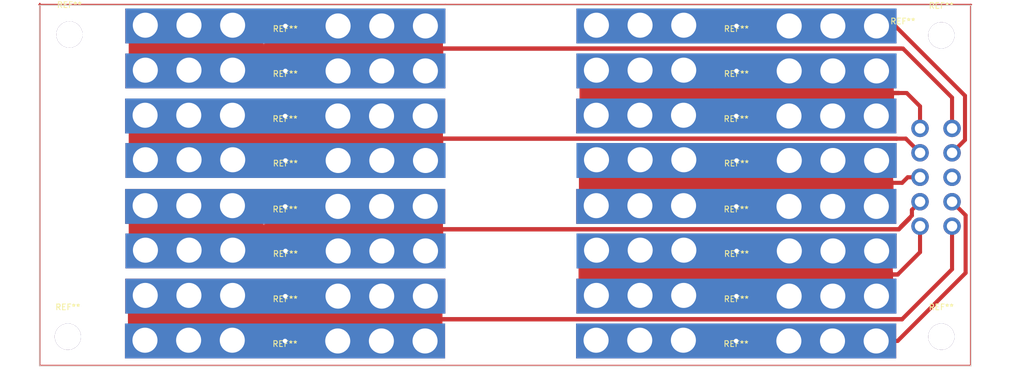
<source format=kicad_pcb>
(kicad_pcb (version 20221018) (generator pcbnew)
  (layers (0 "F.Cu" signal) (31 "B.Cu" signal) (34 "B.Paste" user) (35 "F.Paste" user) (36 "B.SilkS" user "B.Silkscreen") (37 "F.SilkS" user "F.Silkscreen") (38 "B.Mask" user) (39 "F.Mask" user) (44 "Edge.Cuts" user))
  (net 0 "")
  (footprint "USST-footprints:batt_wedge" (layer "F.Cu") (at 42.2065 3.5565)
    (fp_text reference "REF**" (at 0 0.5) (layer "F.SilkS"))
    (fp_text value "batt_wedge")
    (pad "" thru_hole circle (at -24.059 -0.127) (size 4.3 4.3) (drill 4.3) (layers "*.Cu" "*.Mask"))
    (pad "" thru_hole circle (at -16.559 -0.127) (size 4.3 4.3) (drill 4.3) (layers "*.Cu" "*.Mask"))
    (pad "" thru_hole circle (at -9.059 -0.127) (size 4.3 4.3) (drill 4.3) (layers "*.Cu" "*.Mask"))
    (pad "" thru_hole circle (at 9.059 0) (size 4.3 4.3) (drill 4.3) (layers "*.Cu" "*.Mask"))
    (pad "" thru_hole circle (at 16.559 0) (size 4.3 4.3) (drill 4.3) (layers "*.Cu" "*.Mask"))
    (pad "" thru_hole circle (at 24.059 0) (size 4.3 4.3) (drill 4.3) (layers "*.Cu" "*.Mask"))
    (pad "1" thru_hole rect (at 0 0) (size 55 6) (drill 0.762) (layers "F.Cu" "F.Paste"))
  )
  (footprint "USST-footprints:HolePad_single_4-5mmDrill" (layer "F.Cu") (at 5.1143 5.0254)
    (fp_text reference "REF**" (at 0 -5.08) (layer "F.SilkS"))
    (fp_text value "SolderWirePad_single_2-5mmDrill")
    (pad "" thru_hole circle (at 0 0) (size 4.5 4.5) (drill 4.5) (layers "*.Cu" "*.Mask"))
  )
  (footprint "USST-footprints:HolePad_single_4-5mmDrill" (layer "F.Cu") (at 4.8476 56.9379)
    (fp_text reference "REF**" (at 0 -5.08) (layer "F.SilkS"))
    (fp_text value "SolderWirePad_single_2-5mmDrill")
    (pad "" thru_hole circle (at 0 0) (size 4.5 4.5) (drill 4.5) (layers "*.Cu" "*.Mask"))
  )
  (footprint "USST-footprints:HolePad_single_4-5mmDrill" (layer "F.Cu") (at 154.9057 5.1651)
    (fp_text reference "REF**" (at 0 -5.08) (layer "F.SilkS"))
    (fp_text value "SolderWirePad_single_2-5mmDrill")
    (pad "" thru_hole circle (at 0 0) (size 4.5 4.5) (drill 4.5) (layers "*.Cu" "*.Mask"))
  )
  (footprint "USST-footprints:HolePad_single_4-5mmDrill" (layer "F.Cu") (at 154.9057 56.9379)
    (fp_text reference "REF**" (at 0 -5.08) (layer "F.SilkS"))
    (fp_text value "SolderWirePad_single_2-5mmDrill")
    (pad "" thru_hole circle (at 0 0) (size 4.5 4.5) (drill 4.5) (layers "*.Cu" "*.Mask"))
  )
  (footprint "USST-footprints:batt_wedge" (layer "F.Cu") (at 42.2065 11.2806)
    (fp_text reference "REF**" (at 0 0.5) (layer "F.SilkS"))
    (fp_text value "batt_wedge")
    (pad "" thru_hole circle (at -24.059 -0.127) (size 4.3 4.3) (drill 4.3) (layers "*.Cu" "*.Mask"))
    (pad "" thru_hole circle (at -16.559 -0.127) (size 4.3 4.3) (drill 4.3) (layers "*.Cu" "*.Mask"))
    (pad "" thru_hole circle (at -9.059 -0.127) (size 4.3 4.3) (drill 4.3) (layers "*.Cu" "*.Mask"))
    (pad "" thru_hole circle (at 9.059 0) (size 4.3 4.3) (drill 4.3) (layers "*.Cu" "*.Mask"))
    (pad "" thru_hole circle (at 16.559 0) (size 4.3 4.3) (drill 4.3) (layers "*.Cu" "*.Mask"))
    (pad "" thru_hole circle (at 24.059 0) (size 4.3 4.3) (drill 4.3) (layers "*.Cu" "*.Mask"))
    (pad "1" thru_hole rect (at 0 0) (size 55 6) (drill 0.762) (layers "F.Cu" "F.Paste"))
  )
  (footprint "USST-footprints:batt_wedge" (layer "F.Cu") (at 119.6703 19.0246)
    (fp_text reference "REF**" (at 0 0.5) (layer "F.SilkS"))
    (fp_text value "batt_wedge")
    (pad "" thru_hole circle (at -24.059 -0.127) (size 4.3 4.3) (drill 4.3) (layers "*.Cu" "*.Mask"))
    (pad "" thru_hole circle (at -16.559 -0.127) (size 4.3 4.3) (drill 4.3) (layers "*.Cu" "*.Mask"))
    (pad "" thru_hole circle (at -9.059 -0.127) (size 4.3 4.3) (drill 4.3) (layers "*.Cu" "*.Mask"))
    (pad "" thru_hole circle (at 9.059 0) (size 4.3 4.3) (drill 4.3) (layers "*.Cu" "*.Mask"))
    (pad "" thru_hole circle (at 16.559 0) (size 4.3 4.3) (drill 4.3) (layers "*.Cu" "*.Mask"))
    (pad "" thru_hole circle (at 24.059 0) (size 4.3 4.3) (drill 4.3) (layers "*.Cu" "*.Mask"))
    (pad "1" thru_hole rect (at 0 0) (size 55 6) (drill 0.762) (layers "F.Cu" "F.Paste"))
  )
  (footprint "USST-footprints:batt_wedge" (layer "F.Cu") (at 119.7211 26.67)
    (fp_text reference "REF**" (at 0 0.5) (layer "F.SilkS"))
    (fp_text value "batt_wedge")
    (pad "" thru_hole circle (at -24.059 -0.127) (size 4.3 4.3) (drill 4.3) (layers "*.Cu" "*.Mask"))
    (pad "" thru_hole circle (at -16.559 -0.127) (size 4.3 4.3) (drill 4.3) (layers "*.Cu" "*.Mask"))
    (pad "" thru_hole circle (at -9.059 -0.127) (size 4.3 4.3) (drill 4.3) (layers "*.Cu" "*.Mask"))
    (pad "" thru_hole circle (at 9.059 0) (size 4.3 4.3) (drill 4.3) (layers "*.Cu" "*.Mask"))
    (pad "" thru_hole circle (at 16.559 0) (size 4.3 4.3) (drill 4.3) (layers "*.Cu" "*.Mask"))
    (pad "" thru_hole circle (at 24.059 0) (size 4.3 4.3) (drill 4.3) (layers "*.Cu" "*.Mask"))
    (pad "1" thru_hole rect (at 0 0) (size 55 6) (drill 0.762) (layers "F.Cu" "F.Paste"))
  )
  (footprint "USST-footprints:batt_wedge" (layer "F.Cu") (at 119.676 34.5567)
    (fp_text reference "REF**" (at 0 0.5) (layer "F.SilkS"))
    (fp_text value "batt_wedge")
    (pad "" thru_hole circle (at -24.059 -0.127) (size 4.3 4.3) (drill 4.3) (layers "*.Cu" "*.Mask"))
    (pad "" thru_hole circle (at -16.559 -0.127) (size 4.3 4.3) (drill 4.3) (layers "*.Cu" "*.Mask"))
    (pad "" thru_hole circle (at -9.059 -0.127) (size 4.3 4.3) (drill 4.3) (layers "*.Cu" "*.Mask"))
    (pad "" thru_hole circle (at 9.059 0) (size 4.3 4.3) (drill 4.3) (layers "*.Cu" "*.Mask"))
    (pad "" thru_hole circle (at 16.559 0) (size 4.3 4.3) (drill 4.3) (layers "*.Cu" "*.Mask"))
    (pad "" thru_hole circle (at 24.059 0) (size 4.3 4.3) (drill 4.3) (layers "*.Cu" "*.Mask"))
    (pad "1" thru_hole rect (at 0 0) (size 55 6) (drill 0.762) (layers "F.Cu" "F.Paste"))
  )
  (footprint "USST-footprints:batt_wedge" (layer "F.Cu") (at 119.7268 42.2051)
    (fp_text reference "REF**" (at 0 0.5) (layer "F.SilkS"))
    (fp_text value "batt_wedge")
    (pad "" thru_hole circle (at -24.059 -0.127) (size 4.3 4.3) (drill 4.3) (layers "*.Cu" "*.Mask"))
    (pad "" thru_hole circle (at -16.559 -0.127) (size 4.3 4.3) (drill 4.3) (layers "*.Cu" "*.Mask"))
    (pad "" thru_hole circle (at -9.059 -0.127) (size 4.3 4.3) (drill 4.3) (layers "*.Cu" "*.Mask"))
    (pad "" thru_hole circle (at 9.059 0) (size 4.3 4.3) (drill 4.3) (layers "*.Cu" "*.Mask"))
    (pad "" thru_hole circle (at 16.559 0) (size 4.3 4.3) (drill 4.3) (layers "*.Cu" "*.Mask"))
    (pad "" thru_hole circle (at 24.059 0) (size 4.3 4.3) (drill 4.3) (layers "*.Cu" "*.Mask"))
    (pad "1" thru_hole rect (at 0 0) (size 55 6) (drill 0.762) (layers "F.Cu" "F.Paste"))
  )
  (footprint "USST-footprints:batt_wedge" (layer "F.Cu") (at 119.6975 49.9745)
    (fp_text reference "REF**" (at 0 0.5) (layer "F.SilkS"))
    (fp_text value "batt_wedge")
    (pad "" thru_hole circle (at -24.059 -0.127) (size 4.3 4.3) (drill 4.3) (layers "*.Cu" "*.Mask"))
    (pad "" thru_hole circle (at -16.559 -0.127) (size 4.3 4.3) (drill 4.3) (layers "*.Cu" "*.Mask"))
    (pad "" thru_hole circle (at -9.059 -0.127) (size 4.3 4.3) (drill 4.3) (layers "*.Cu" "*.Mask"))
    (pad "" thru_hole circle (at 9.059 0) (size 4.3 4.3) (drill 4.3) (layers "*.Cu" "*.Mask"))
    (pad "" thru_hole circle (at 16.559 0) (size 4.3 4.3) (drill 4.3) (layers "*.Cu" "*.Mask"))
    (pad "" thru_hole circle (at 24.059 0) (size 4.3 4.3) (drill 4.3) (layers "*.Cu" "*.Mask"))
    (pad "1" thru_hole rect (at 0 0) (size 55 6) (drill 0.762) (layers "F.Cu" "F.Paste"))
  )
  (footprint "USST-footprints:batt_wedge" (layer "F.Cu") (at 119.6467 57.6737)
    (fp_text reference "REF**" (at 0 0.5) (layer "F.SilkS"))
    (fp_text value "batt_wedge")
    (pad "" thru_hole circle (at -24.059 -0.127) (size 4.3 4.3) (drill 4.3) (layers "*.Cu" "*.Mask"))
    (pad "" thru_hole circle (at -16.559 -0.127) (size 4.3 4.3) (drill 4.3) (layers "*.Cu" "*.Mask"))
    (pad "" thru_hole circle (at -9.059 -0.127) (size 4.3 4.3) (drill 4.3) (layers "*.Cu" "*.Mask"))
    (pad "" thru_hole circle (at 9.059 0) (size 4.3 4.3) (drill 4.3) (layers "*.Cu" "*.Mask"))
    (pad "" thru_hole circle (at 16.559 0) (size 4.3 4.3) (drill 4.3) (layers "*.Cu" "*.Mask"))
    (pad "" thru_hole circle (at 24.059 0) (size 4.3 4.3) (drill 4.3) (layers "*.Cu" "*.Mask"))
    (pad "1" thru_hole rect (at 0 0) (size 55 6) (drill 0.762) (layers "F.Cu" "F.Paste"))
  )
  (footprint "USST-footprints:batt_wedge" (layer "F.Cu") (at 119.7065 3.5565)
    (fp_text reference "REF**" (at 0 0.5) (layer "F.SilkS"))
    (fp_text value "batt_wedge")
    (pad "" thru_hole circle (at -24.059 -0.127) (size 4.3 4.3) (drill 4.3) (layers "*.Cu" "*.Mask"))
    (pad "" thru_hole circle (at -16.559 -0.127) (size 4.3 4.3) (drill 4.3) (layers "*.Cu" "*.Mask"))
    (pad "" thru_hole circle (at -9.059 -0.127) (size 4.3 4.3) (drill 4.3) (layers "*.Cu" "*.Mask"))
    (pad "" thru_hole circle (at 9.059 0) (size 4.3 4.3) (drill 4.3) (layers "*.Cu" "*.Mask"))
    (pad "" thru_hole circle (at 16.559 0) (size 4.3 4.3) (drill 4.3) (layers "*.Cu" "*.Mask"))
    (pad "" thru_hole circle (at 24.059 0) (size 4.3 4.3) (drill 4.3) (layers "*.Cu" "*.Mask"))
    (pad "1" thru_hole rect (at 0 0) (size 55 6) (drill 0.762) (layers "F.Cu" "F.Paste"))
  )
  (footprint "USST-footprints:batt_wedge" (layer "F.Cu") (at 119.7065 11.2806)
    (fp_text reference "REF**" (at 0 0.5) (layer "F.SilkS"))
    (fp_text value "batt_wedge")
    (pad "" thru_hole circle (at -24.059 -0.127) (size 4.3 4.3) (drill 4.3) (layers "*.Cu" "*.Mask"))
    (pad "" thru_hole circle (at -16.559 -0.127) (size 4.3 4.3) (drill 4.3) (layers "*.Cu" "*.Mask"))
    (pad "" thru_hole circle (at -9.059 -0.127) (size 4.3 4.3) (drill 4.3) (layers "*.Cu" "*.Mask"))
    (pad "" thru_hole circle (at 9.059 0) (size 4.3 4.3) (drill 4.3) (layers "*.Cu" "*.Mask"))
    (pad "" thru_hole circle (at 16.559 0) (size 4.3 4.3) (drill 4.3) (layers "*.Cu" "*.Mask"))
    (pad "" thru_hole circle (at 24.059 0) (size 4.3 4.3) (drill 4.3) (layers "*.Cu" "*.Mask"))
    (pad "1" thru_hole rect (at 0 0) (size 55 6) (drill 0.762) (layers "F.Cu" "F.Paste"))
  )
  (footprint "USST-footprints:batt_wedge" (layer "F.Cu") (at 42.2211 26.67)
    (fp_text reference "REF**" (at 0 0.5) (layer "F.SilkS"))
    (fp_text value "batt_wedge")
    (pad "" thru_hole circle (at -24.059 -0.127) (size 4.3 4.3) (drill 4.3) (layers "*.Cu" "*.Mask"))
    (pad "" thru_hole circle (at -16.559 -0.127) (size 4.3 4.3) (drill 4.3) (layers "*.Cu" "*.Mask"))
    (pad "" thru_hole circle (at -9.059 -0.127) (size 4.3 4.3) (drill 4.3) (layers "*.Cu" "*.Mask"))
    (pad "" thru_hole circle (at 9.059 0) (size 4.3 4.3) (drill 4.3) (layers "*.Cu" "*.Mask"))
    (pad "" thru_hole circle (at 16.559 0) (size 4.3 4.3) (drill 4.3) (layers "*.Cu" "*.Mask"))
    (pad "" thru_hole circle (at 24.059 0) (size 4.3 4.3) (drill 4.3) (layers "*.Cu" "*.Mask"))
    (pad "1" thru_hole rect (at 0 0) (size 55 6) (drill 0.762) (layers "F.Cu" "F.Paste"))
  )
  (footprint "USST-footprints:batt_wedge" (layer "F.Cu") (at 42.176 34.5567)
    (fp_text reference "REF**" (at 0 0.5) (layer "F.SilkS"))
    (fp_text value "batt_wedge")
    (pad "" thru_hole circle (at -24.059 -0.127) (size 4.3 4.3) (drill 4.3) (layers "*.Cu" "*.Mask"))
    (pad "" thru_hole circle (at -16.559 -0.127) (size 4.3 4.3) (drill 4.3) (layers "*.Cu" "*.Mask"))
    (pad "" thru_hole circle (at -9.059 -0.127) (size 4.3 4.3) (drill 4.3) (layers "*.Cu" "*.Mask"))
    (pad "" thru_hole circle (at 9.059 0) (size 4.3 4.3) (drill 4.3) (layers "*.Cu" "*.Mask"))
    (pad "" thru_hole circle (at 16.559 0) (size 4.3 4.3) (drill 4.3) (layers "*.Cu" "*.Mask"))
    (pad "" thru_hole circle (at 24.059 0) (size 4.3 4.3) (drill 4.3) (layers "*.Cu" "*.Mask"))
    (pad "1" thru_hole rect (at 0 0) (size 55 6) (drill 0.762) (layers "F.Cu" "F.Paste"))
  )
  (footprint "USST-footprints:batt_wedge" (layer "F.Cu") (at 42.2268 42.2051)
    (fp_text reference "REF**" (at 0 0.5) (layer "F.SilkS"))
    (fp_text value "batt_wedge")
    (pad "" thru_hole circle (at -24.059 -0.127) (size 4.3 4.3) (drill 4.3) (layers "*.Cu" "*.Mask"))
    (pad "" thru_hole circle (at -16.559 -0.127) (size 4.3 4.3) (drill 4.3) (layers "*.Cu" "*.Mask"))
    (pad "" thru_hole circle (at -9.059 -0.127) (size 4.3 4.3) (drill 4.3) (layers "*.Cu" "*.Mask"))
    (pad "" thru_hole circle (at 9.059 0) (size 4.3 4.3) (drill 4.3) (layers "*.Cu" "*.Mask"))
    (pad "" thru_hole circle (at 16.559 0) (size 4.3 4.3) (drill 4.3) (layers "*.Cu" "*.Mask"))
    (pad "" thru_hole circle (at 24.059 0) (size 4.3 4.3) (drill 4.3) (layers "*.Cu" "*.Mask"))
    (pad "1" thru_hole rect (at 0 0) (size 55 6) (drill 0.762) (layers "F.Cu" "F.Paste"))
  )
  (footprint "USST-footprints:batt_wedge" (layer "F.Cu") (at 42.1975 49.9745)
    (fp_text reference "REF**" (at 0 0.5) (layer "F.SilkS"))
    (fp_text value "batt_wedge")
    (pad "" thru_hole circle (at -24.059 -0.127) (size 4.3 4.3) (drill 4.3) (layers "*.Cu" "*.Mask"))
    (pad "" thru_hole circle (at -16.559 -0.127) (size 4.3 4.3) (drill 4.3) (layers "*.Cu" "*.Mask"))
    (pad "" thru_hole circle (at -9.059 -0.127) (size 4.3 4.3) (drill 4.3) (layers "*.Cu" "*.Mask"))
    (pad "" thru_hole circle (at 9.059 0) (size 4.3 4.3) (drill 4.3) (layers "*.Cu" "*.Mask"))
    (pad "" thru_hole circle (at 16.559 0) (size 4.3 4.3) (drill 4.3) (layers "*.Cu" "*.Mask"))
    (pad "" thru_hole circle (at 24.059 0) (size 4.3 4.3) (drill 4.3) (layers "*.Cu" "*.Mask"))
    (pad "1" thru_hole rect (at 0 0) (size 55 6) (drill 0.762) (layers "F.Cu" "F.Paste"))
  )
  (footprint "USST-footprints:batt_wedge" (layer "F.Cu") (at 42.1467 57.6737)
    (fp_text reference "REF**" (at 0 0.5) (layer "F.SilkS"))
    (fp_text value "batt_wedge")
    (pad "" thru_hole circle (at -24.059 -0.127) (size 4.3 4.3) (drill 4.3) (layers "*.Cu" "*.Mask"))
    (pad "" thru_hole circle (at -16.559 -0.127) (size 4.3 4.3) (drill 4.3) (layers "*.Cu" "*.Mask"))
    (pad "" thru_hole circle (at -9.059 -0.127) (size 4.3 4.3) (drill 4.3) (layers "*.Cu" "*.Mask"))
    (pad "" thru_hole circle (at 9.059 0) (size 4.3 4.3) (drill 4.3) (layers "*.Cu" "*.Mask"))
    (pad "" thru_hole circle (at 16.559 0) (size 4.3 4.3) (drill 4.3) (layers "*.Cu" "*.Mask"))
    (pad "" thru_hole circle (at 24.059 0) (size 4.3 4.3) (drill 4.3) (layers "*.Cu" "*.Mask"))
    (pad "1" thru_hole rect (at 0 0) (size 55 6) (drill 0.762) (layers "F.Cu" "F.Paste"))
  )
  (footprint "USST-footprints:batt_wedge" (layer "F.Cu") (at 42.1703 19.0246)
    (fp_text reference "REF**" (at 0 0.5) (layer "F.SilkS"))
    (fp_text value "batt_wedge")
    (pad "" thru_hole circle (at -24.059 -0.127) (size 4.3 4.3) (drill 4.3) (layers "*.Cu" "*.Mask"))
    (pad "" thru_hole circle (at -16.559 -0.127) (size 4.3 4.3) (drill 4.3) (layers "*.Cu" "*.Mask"))
    (pad "" thru_hole circle (at -9.059 -0.127) (size 4.3 4.3) (drill 4.3) (layers "*.Cu" "*.Mask"))
    (pad "" thru_hole circle (at 9.059 0) (size 4.3 4.3) (drill 4.3) (layers "*.Cu" "*.Mask"))
    (pad "" thru_hole circle (at 16.559 0) (size 4.3 4.3) (drill 4.3) (layers "*.Cu" "*.Mask"))
    (pad "" thru_hole circle (at 24.059 0) (size 4.3 4.3) (drill 4.3) (layers "*.Cu" "*.Mask"))
    (pad "1" thru_hole rect (at 0 0) (size 55 6) (drill 0.762) (layers "F.Cu" "F.Paste"))
  )
  (footprint "USST-footprints:BatteryConnector" (layer "F.Cu") (at 151.2434 37.9529)
    (fp_text reference "REF**" (at -2.9455 -35.197) (layer "F.SilkS"))
    (fp_text value "BatteryConnector")
    (pad "" np_thru_hole circle (at 0 -16.8) (size 3 3) (drill 1.8) (layers "*.Cu"))
    (pad "" np_thru_hole circle (at 0 -12.6) (size 3 3) (drill 1.8) (layers "*.Cu"))
    (pad "" np_thru_hole circle (at 0 -8.4) (size 3 3) (drill 1.8) (layers "*.Cu"))
    (pad "" np_thru_hole circle (at 0 -4.2) (size 3 3) (drill 1.8) (layers "*.Cu"))
    (pad "" np_thru_hole circle (at 0 0) (size 3 3) (drill 1.8) (layers "*.Cu"))
    (pad "" np_thru_hole circle (at 5.5 -16.8) (size 3 3) (drill 1.8) (layers "*.Cu"))
    (pad "" np_thru_hole circle (at 5.5 -12.6) (size 3 3) (drill 1.8) (layers "*.Cu"))
    (pad "" np_thru_hole circle (at 5.5 -8.4) (size 3 3) (drill 1.8) (layers "*.Cu"))
    (pad "" np_thru_hole circle (at 5.5 -4.2) (size 3 3) (drill 1.8) (layers "*.Cu"))
    (pad "" np_thru_hole circle (at 5.5 0) (size 3 3) (drill 1.8) (layers "*.Cu"))
  )
  (gr_line (start 0 61.976) (end 160 61.976) (stroke (width 0.15)) (layer "Edge.Cuts"))
  (gr_line (start 160.02 0) (end 160.02 62) (stroke (width 0.15)) (layer "Edge.Cuts"))
  (gr_line (start 0 0) (end 0 62) (stroke (width 0.15)) (layer "Edge.Cuts"))
  (gr_line (start 0 0) (end 160 0) (stroke (width 0.15)) (layer "Edge.Cuts"))
  (segment (start 139.092986 31.4645) (end 117.4152 31.4645) (width 5) (layer "F.Cu") (net 0))
  (segment (start 141.033934 29.523552) (end 139.092986 31.4645) (width 5) (layer "F.Cu") (net 0))
  (segment (start 144.126724 27.53533) (end 144.126724 30.506924) (width 5) (layer "F.Cu") (net 0))
  (segment (start 144.181953 30.562153) (end 144.181953 33.38954) (width 5) (layer "F.Cu") (net 0))
  (segment (start 141.229243 33.38954) (end 141.2202 33.380497) (width 5) (layer "F.Cu") (net 0))
  (segment (start 98.11328 30.802001) (end 113.687582 30.802001) (width 5) (layer "F.Cu") (net 0))
  (segment (start 95.139142 27.093503) (end 95.139142 33.776139) (width 5) (layer "F.Cu") (net 0))
  (segment (start 140.970434 45.106452) (end 139.029486 47.0474) (width 5) (layer "F.Cu") (net 0))
  (segment (start 139.029486 47.0474) (end 117.3517 47.0474) (width 5) (layer "F.Cu") (net 0))
  (segment (start 98.04978 46.384901) (end 113.624082 46.384901) (width 5) (layer "F.Cu") (net 0))
  (segment (start 95.075642 42.676403) (end 95.075642 49.359039) (width 5) (layer "F.Cu") (net 0))
  (segment (start 144.118453 46.145053) (end 144.118453 48.97244) (width 5) (layer "F.Cu") (net 0))
  (segment (start 144.063224 43.11823) (end 144.063224 46.089824) (width 5) (layer "F.Cu") (net 0))
  (segment (start 20.77028 7.942001) (end 36.344582 7.942001) (width 5) (layer "F.Cu") (net 0))
  (segment (start 17.796142 4.233503) (end 17.796142 10.916139) (width 5) (layer "F.Cu") (net 0))
  (segment (start 61.749986 8.6045) (end 40.0722 8.6045) (width 5) (layer "F.Cu") (net 0))
  (segment (start 66.783724 4.67533) (end 66.783724 7.646924) (width 5) (layer "F.Cu") (net 0))
  (segment (start 66.838953 7.702153) (end 66.838953 10.52954) (width 5) (layer "F.Cu") (net 0))
  (segment (start 63.690934 6.663552) (end 61.749986 8.6045) (width 5) (layer "F.Cu") (net 0))
  (segment (start 20.77028 23.461401) (end 36.344582 23.461401) (width 5) (layer "F.Cu") (net 0))
  (segment (start 17.796142 19.752903) (end 17.796142 26.435539) (width 5) (layer "F.Cu") (net 0))
  (segment (start 66.783724 20.19473) (end 66.783724 23.166324) (width 5) (layer "F.Cu") (net 0))
  (segment (start 66.838953 23.221553) (end 66.838953 26.04894) (width 5) (layer "F.Cu") (net 0))
  (segment (start 20.77028 38.968101) (end 36.344582 38.968101) (width 5) (layer "F.Cu") (net 0))
  (segment (start 17.796142 35.259603) (end 17.796142 41.942239) (width 5) (layer "F.Cu") (net 0))
  (segment (start 61.749986 39.6306) (end 40.0722 39.6306) (width 5) (layer "F.Cu") (net 0))
  (segment (start 66.783724 35.70143) (end 66.783724 38.673024) (width 5) (layer "F.Cu") (net 0))
  (segment (start 66.838953 38.728253) (end 66.838953 41.55564) (width 5) (layer "F.Cu") (net 0))
  (segment (start 63.690934 37.689652) (end 61.749986 39.6306) (width 5) (layer "F.Cu") (net 0))
  (segment (start 20.63058 53.522301) (end 36.204882 53.522301) (width 5) (layer "F.Cu") (net 0))
  (segment (start 17.656442 49.813803) (end 17.656442 56.496439) (width 5) (layer "F.Cu") (net 0))
  (segment (start 61.610286 54.1848) (end 39.9325 54.1848) (width 5) (layer "F.Cu") (net 0))
  (segment (start 66.644024 50.25563) (end 66.644024 53.227224) (width 5) (layer "F.Cu") (net 0))
  (segment (start 66.699253 53.282453) (end 66.699253 56.10984) (width 5) (layer "F.Cu") (net 0))
  (segment (start 63.551234 52.243852) (end 61.610286 54.1848) (width 5) (layer "F.Cu") (net 0))
  (segment (start 148.952439 15.076941) (end 151.2434 17.367902) (width 0.7) (layer "F.Cu") (net 0))
  (segment (start 158.967196 15.545346) (end 158.967196 23.129104) (width 0.7) (layer "F.Cu") (net 0))
  (segment (start 139.405803 31.7312) (end 140.345592 30.791411) (width 0.75) (layer "F.Cu") (net 0))
  (segment (start 156.7434 33.7529) (end 159.073266 36.082766) (width 0.7) (layer "F.Cu") (net 0))
  (segment (start 148.121488 7.44077) (end 148.316926 7.44077) (width 0.7) (layer "F.Cu") (net 0))
  (segment (start 156.7434 45.352861) (end 148.152724 53.943537) (width 0.7) (layer "F.Cu") (net 0))
  (segment (start 144.228324 15.317724) (end 144.283553 15.372953) (width 5) (layer "F.Cu") (net 0))
  (segment (start 144.283553 18.20034) (end 141.330843 18.20034) (width 5) (layer "F.Cu") (net 0))
  (segment (start 147.4089 46.2534) (end 141.4234 46.2534) (width 0.75) (layer "F.Cu") (net 0))
  (segment (start -0.1143 -0.1143) (end 69.717902 -0.1143) (width 0.25) (layer "F.Cu") (net 0))
  (segment (start 119.7065 3.5565) (end 146.97835 3.5565) (width 0.7) (layer "F.Cu") (net 0))
  (segment (start 95.958711 11.186334) (end 95.240742 11.904303) (width 5) (layer "F.Cu") (net 0))
  (segment (start 159.073266 36.082766) (end 159.073266 45.987601) (width 0.7) (layer "F.Cu") (net 0))
  (segment (start 62.201023 7.24708) (end 62.394713 7.44077) (width 0.75) (layer "F.Cu") (net 0))
  (segment (start 141.135534 14.334352) (end 139.194586 16.2753) (width 5) (layer "F.Cu") (net 0))
  (segment (start 147.240196 22.91651) (end 148.80701 22.91651) (width 0.7) (layer "F.Cu") (net 0))
  (segment (start 151.2434 42.4189) (end 147.4089 46.2534) (width 0.7) (layer "F.Cu") (net 0))
  (segment (start 149.845127 36.123037) (end 149.845127 35.151173) (width 0.7) (layer "F.Cu") (net 0))
  (segment (start 151.2434 29.5529) (end 149.12208 29.5529) (width 0.7) (layer "F.Cu") (net 0))
  (segment (start 144.228324 12.34613) (end 144.228324 15.317724) (width 5) (layer "F.Cu") (net 0))
  (segment (start 141.330843 18.20034) (end 141.3218 18.191297) (width 5) (layer "F.Cu") (net 0))
  (segment (start 147.387167 57.6737) (end 143.7057 57.6737) (width 0.7) (layer "F.Cu") (net 0))
  (segment (start 39.726833 24.1239) (end 37.731987 22.129054) (width 5) (layer "F.Cu") (net 0))
  (segment (start 151.2434 28.399241) (end 151.2434 29.5529) (width 0.7) (layer "F.Cu") (net 0))
  (segment (start 98.21488 15.612801) (end 113.789182 15.612801) (width 5) (layer "F.Cu") (net 0))
  (segment (start 63.690934 22.182952) (end 61.749986 24.1239) (width 5) (layer "F.Cu") (net 0))
  (segment (start 140.604162 15.076941) (end 147.58684 15.076941) (width 0.75) (layer "F.Cu") (net 0))
  (segment (start 62.394713 7.44077) (end 148.121488 7.44077) (width 0.75) (layer "F.Cu") (net 0))
  (segment (start 148.168056 30.506924) (end 144.126724 30.506924) (width 0.7) (layer "F.Cu") (net 0))
  (segment (start 62.762193 22.91651) (end 147.240196 22.91651) (width 0.75) (layer "F.Cu") (net 0))
  (segment (start 147.58684 15.076941) (end 148.952439 15.076941) (width 0.7) (layer "F.Cu") (net 0))
  (segment (start 156.7434 37.9529) (end 156.7434 45.352861) (width 0.7) (layer "F.Cu") (net 0))
  (segment (start 95.240742 11.904303) (end 95.240742 18.586939) (width 5) (layer "F.Cu") (net 0))
  (segment (start 151.2434 37.9529) (end 151.2434 42.4189) (width 0.7) (layer "F.Cu") (net 0))
  (segment (start 62.547771 38.485232) (end 147.589002 38.485232) (width 0.75) (layer "F.Cu") (net 0))
  (segment (start 144.283553 15.372953) (end 144.283553 18.20034) (width 5) (layer "F.Cu") (net 0))
  (segment (start 159.073266 45.987601) (end 147.387167 57.6737) (width 0.7) (layer "F.Cu") (net 0))
  (segment (start 149.845127 35.151173) (end 151.2434 33.7529) (width 0.7) (layer "F.Cu") (net 0))
  (segment (start 147.589002 38.485232) (end 149.420844 36.65339) (width 0.75) (layer "F.Cu") (net 0))
  (segment (start 149.12208 29.5529) (end 148.168056 30.506924) (width 0.7) (layer "F.Cu") (net 0))
  (segment (start 61.749986 24.1239) (end 39.726833 24.1239) (width 5) (layer "F.Cu") (net 0))
  (segment (start 159.9438 -0.1143) (end 159.9438 61.8998) (width 0.25) (layer "F.Cu") (net 0))
  (segment (start 153.517222 -0.1143) (end 159.9438 -0.1143) (width 0.25) (layer "F.Cu") (net 0))
  (segment (start 139.194586 16.2753) (end 117.5168 16.2753) (width 5) (layer "F.Cu") (net 0))
  (segment (start 95.240742 18.586939) (end 98.21488 15.612801) (width 5) (layer "F.Cu") (net 0))
  (segment (start 146.97835 3.5565) (end 158.967196 15.545346) (width 0.7) (layer "F.Cu") (net 0))
  (segment (start 151.2434 17.367902) (end 151.2434 21.1529) (width 0.7) (layer "F.Cu") (net 0))
  (segment (start 147.950768 38.017396) (end 149.845127 36.123037) (width 0.7) (layer "F.Cu") (net 0))
  (segment (start 159.9438 61.8998) (end 0.0254 61.8998) (width 0.25) (layer "F.Cu") (net 0))
  (segment (start 156.7434 15.867244) (end 156.7434 21.1529) (width 0.7) (layer "F.Cu") (net 0))
  (segment (start 158.967196 23.129104) (end 156.7434 25.3529) (width 0.7) (layer "F.Cu") (net 0))
  (segment (start 139.405803 16.2753) (end 140.604162 15.076941) (width 0.75) (layer "F.Cu") (net 0))
  (segment (start 148.316926 7.44077) (end 156.7434 15.867244) (width 0.7) (layer "F.Cu") (net 0))
  (segment (start 159.9438 -0.1143) (end 160.0708 -0.1143) (width 0.25) (layer "F.Cu") (net 0))
  (segment (start 0.0254 61.8998) (end 0.0254 -0.3048) (width 0.25) (layer "F.Cu") (net 0))
  (segment (start 113.789182 15.612801) (end 117.5168 19.340419) (width 5) (layer "F.Cu") (net 0))
  (segment (start 148.80701 22.91651) (end 151.2434 25.3529) (width 0.7) (layer "F.Cu") (net 0))
  (segment (start 69.717902 -0.1143) (end 153.517222 -0.1143) (width 0.25) (layer "F.Cu") (net 0))
  (segment (start 148.152724 53.943537) (end 63.091466 53.943537) (width 0.75) (layer "F.Cu") (net 0))
  (segment (start 141.301 3.699) (end 146.919297 3.699) (width 0.75) (layer "F.Cu") (net 0))
)
</source>
